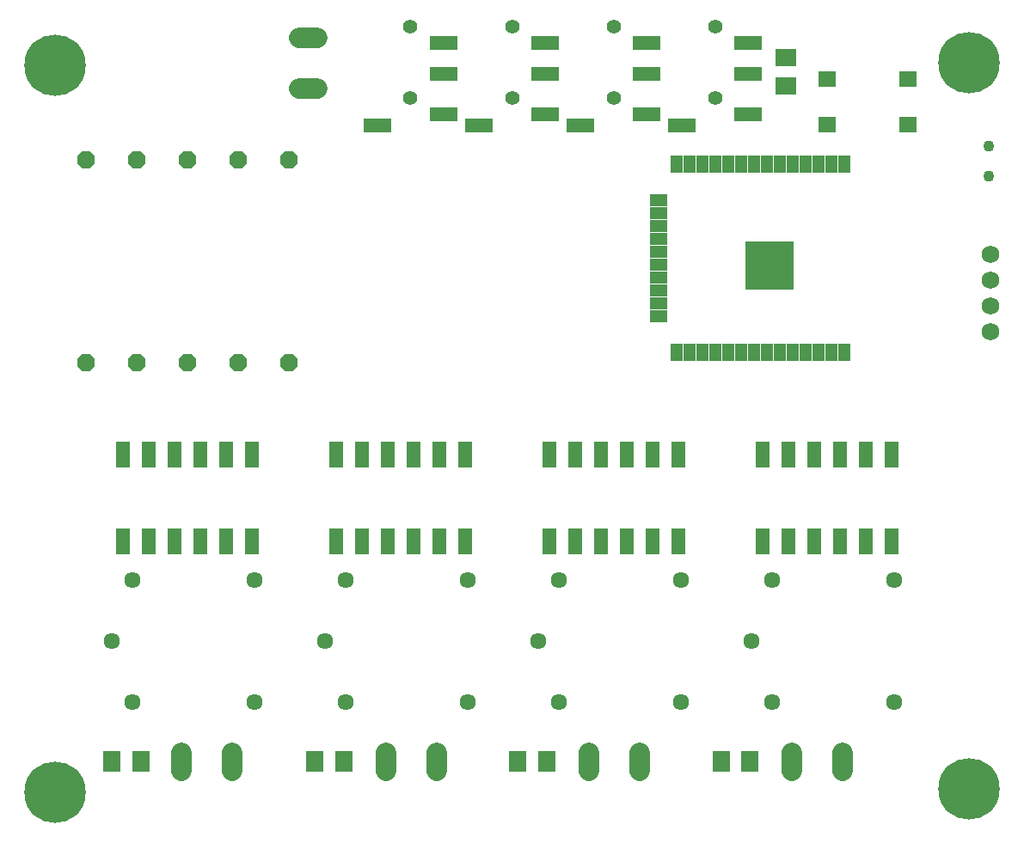
<source format=gbr>
G04 EAGLE Gerber RS-274X export*
G75*
%MOMM*%
%FSLAX34Y34*%
%LPD*%
%INSoldermask Top*%
%IPPOS*%
%AMOC8*
5,1,8,0,0,1.08239X$1,22.5*%
G01*
%ADD10P,1.852186X8X22.500000*%
%ADD11R,2.006200X1.803200*%
%ADD12R,1.753200X1.503200*%
%ADD13C,1.611200*%
%ADD14R,1.203200X1.703200*%
%ADD15R,1.703200X1.203200*%
%ADD16R,4.703200X4.703200*%
%ADD17C,1.727200*%
%ADD18C,1.103200*%
%ADD19C,6.045200*%
%ADD20R,2.703200X1.403200*%
%ADD21C,1.403200*%
%ADD22R,1.333200X2.643200*%
%ADD23R,1.803200X2.006200*%
%ADD24C,1.993900*%


D10*
X80000Y453000D03*
X280000Y453000D03*
X280000Y653000D03*
X230000Y653000D03*
X130000Y653000D03*
X80000Y653000D03*
X180000Y653000D03*
X130000Y453000D03*
X180000Y453000D03*
X230000Y453000D03*
D11*
X770000Y725780D03*
X770000Y754220D03*
D12*
X889750Y732500D03*
X810250Y732500D03*
X889750Y687500D03*
X810250Y687500D03*
D13*
X246100Y118800D03*
X126100Y238800D03*
X106100Y178800D03*
X246100Y238800D03*
X126100Y118800D03*
X456100Y118800D03*
X336100Y238800D03*
X316100Y178800D03*
X456100Y238800D03*
X336100Y118800D03*
X666100Y118800D03*
X546100Y238800D03*
X526100Y178800D03*
X666100Y238800D03*
X546100Y118800D03*
X876100Y118800D03*
X756100Y238800D03*
X736100Y178800D03*
X876100Y238800D03*
X756100Y118800D03*
D14*
X788900Y648500D03*
X776200Y648500D03*
X763500Y648500D03*
X750800Y648500D03*
X738100Y648500D03*
X725400Y648500D03*
X712700Y648500D03*
X700000Y648500D03*
D15*
X644500Y498700D03*
D14*
X661900Y463500D03*
X674600Y463500D03*
X687300Y463500D03*
X700000Y463500D03*
X712700Y463500D03*
X725400Y463500D03*
X738100Y463500D03*
D15*
X644500Y587600D03*
D14*
X687300Y648500D03*
X674600Y648500D03*
X661900Y648500D03*
D15*
X644500Y613000D03*
X644500Y600300D03*
D14*
X801600Y648500D03*
X814300Y648500D03*
X827000Y648500D03*
D15*
X644500Y574900D03*
X644500Y562200D03*
X644500Y549500D03*
X644500Y511400D03*
X644500Y524100D03*
X644500Y536800D03*
D14*
X750800Y463500D03*
X763500Y463500D03*
X776200Y463500D03*
X788900Y463500D03*
X801600Y463500D03*
X814300Y463500D03*
X827000Y463500D03*
D16*
X753700Y549200D03*
D17*
X971000Y483900D03*
X971000Y509300D03*
X971000Y534700D03*
X971000Y560100D03*
D18*
X969000Y667000D03*
X969000Y637000D03*
D19*
X50000Y30000D03*
X950000Y33000D03*
X50000Y746000D03*
X950000Y749000D03*
D20*
X732500Y698000D03*
X667500Y687000D03*
X732500Y738000D03*
X732500Y768000D03*
D21*
X700000Y784000D03*
X700000Y714000D03*
D20*
X632500Y698000D03*
X567500Y687000D03*
X632500Y738000D03*
X632500Y768000D03*
D21*
X600000Y784000D03*
X600000Y714000D03*
D20*
X532500Y698000D03*
X467500Y687000D03*
X532500Y738000D03*
X532500Y768000D03*
D21*
X500000Y784000D03*
X500000Y714000D03*
D20*
X432500Y698000D03*
X367500Y687000D03*
X432500Y738000D03*
X432500Y768000D03*
D21*
X400000Y784000D03*
X400000Y714000D03*
D22*
X243500Y363000D03*
X218100Y363000D03*
X192700Y363000D03*
X167300Y363000D03*
X141900Y363000D03*
X116500Y363000D03*
X116500Y277000D03*
X141900Y277000D03*
X167300Y277000D03*
X192700Y277000D03*
X218100Y277000D03*
X243500Y277000D03*
X453500Y363000D03*
X428100Y363000D03*
X402700Y363000D03*
X377300Y363000D03*
X351900Y363000D03*
X326500Y363000D03*
X326500Y277000D03*
X351900Y277000D03*
X377300Y277000D03*
X402700Y277000D03*
X428100Y277000D03*
X453500Y277000D03*
X663500Y363000D03*
X638100Y363000D03*
X612700Y363000D03*
X587300Y363000D03*
X561900Y363000D03*
X536500Y363000D03*
X536500Y277000D03*
X561900Y277000D03*
X587300Y277000D03*
X612700Y277000D03*
X638100Y277000D03*
X663500Y277000D03*
X873500Y363000D03*
X848100Y363000D03*
X822700Y363000D03*
X797300Y363000D03*
X771900Y363000D03*
X746500Y363000D03*
X746500Y277000D03*
X771900Y277000D03*
X797300Y277000D03*
X822700Y277000D03*
X848100Y277000D03*
X873500Y277000D03*
D23*
X134220Y60000D03*
X105780Y60000D03*
X334220Y60000D03*
X305780Y60000D03*
X534220Y60000D03*
X505780Y60000D03*
X734220Y60000D03*
X705780Y60000D03*
D24*
X308411Y773648D02*
X290504Y773648D01*
X290504Y723648D02*
X308411Y723648D01*
X224728Y69271D02*
X224728Y51364D01*
X174728Y51364D02*
X174728Y69271D01*
X425778Y69271D02*
X425778Y51364D01*
X375778Y51364D02*
X375778Y69271D01*
X625506Y69271D02*
X625506Y51364D01*
X575506Y51364D02*
X575506Y69271D01*
X825234Y69271D02*
X825234Y51364D01*
X775234Y51364D02*
X775234Y69271D01*
M02*

</source>
